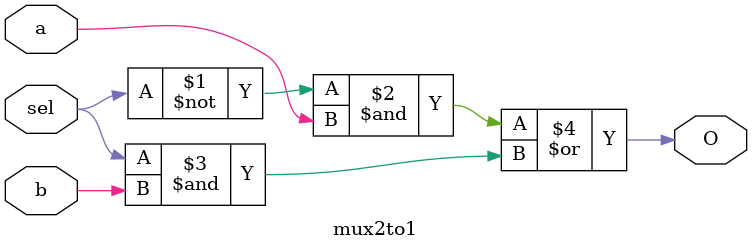
<source format=sv>
`timescale 1ns / 1ps
module mux2to1(
    input logic a,
    input logic b,
    input logic sel,
    output logic O
    );
   assign O = ((~sel)&a)|(sel&b);
endmodule

</source>
